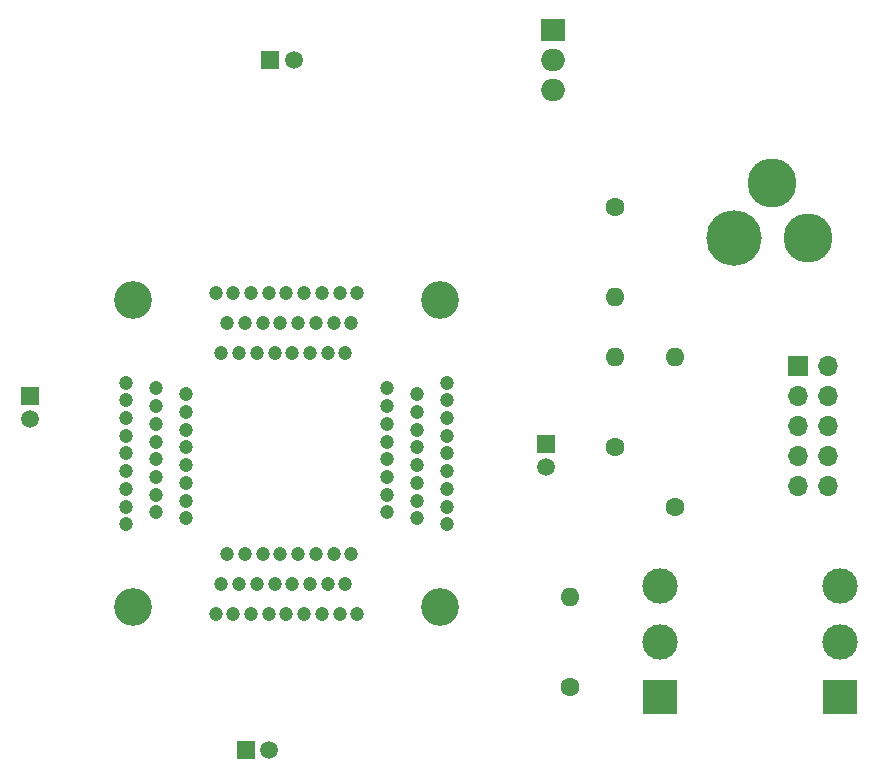
<source format=gts>
%TF.GenerationSoftware,KiCad,Pcbnew,8.0.7*%
%TF.CreationDate,2025-02-09T12:32:43+02:00*%
%TF.ProjectId,EPM7160S Programmer,45504d37-3136-4305-9320-50726f677261,V0*%
%TF.SameCoordinates,Original*%
%TF.FileFunction,Soldermask,Top*%
%TF.FilePolarity,Negative*%
%FSLAX46Y46*%
G04 Gerber Fmt 4.6, Leading zero omitted, Abs format (unit mm)*
G04 Created by KiCad (PCBNEW 8.0.7) date 2025-02-09 12:32:43*
%MOMM*%
%LPD*%
G01*
G04 APERTURE LIST*
%ADD10R,1.500000X1.500000*%
%ADD11C,1.500000*%
%ADD12C,1.600000*%
%ADD13O,1.600000X1.600000*%
%ADD14C,4.700000*%
%ADD15C,4.150000*%
%ADD16R,3.000000X3.000000*%
%ADD17C,3.000000*%
%ADD18R,2.000000X1.905000*%
%ADD19O,2.000000X1.905000*%
%ADD20R,1.700000X1.700000*%
%ADD21O,1.700000X1.700000*%
%ADD22C,3.200000*%
%ADD23C,1.200000*%
G04 APERTURE END LIST*
D10*
%TO.C,C1*%
X10356000Y20320000D03*
D11*
X12356000Y20320000D03*
%TD*%
D12*
%TO.C,R4*%
X35724000Y-32749000D03*
D13*
X35724000Y-25129000D03*
%TD*%
D14*
%TO.C,J2*%
X49657000Y5207000D03*
D15*
X52857000Y9907000D03*
X55857000Y5207000D03*
%TD*%
D16*
%TO.C,S2*%
X43344000Y-33638000D03*
D17*
X43344000Y-28939000D03*
X43344000Y-24240000D03*
%TD*%
D18*
%TO.C,U1*%
X34290000Y22860000D03*
D19*
X34290000Y20320000D03*
X34290000Y17780000D03*
%TD*%
D12*
%TO.C,R1*%
X44614000Y-17509000D03*
D13*
X44614000Y-4809000D03*
%TD*%
D10*
%TO.C,C3*%
X33692000Y-12191000D03*
D11*
X33692000Y-14191000D03*
%TD*%
D20*
%TO.C,J3*%
X55028000Y-5571000D03*
D21*
X57568000Y-5571000D03*
X55028000Y-8111000D03*
X57568000Y-8111000D03*
X55028000Y-10651000D03*
X57568000Y-10651000D03*
X55028000Y-13191000D03*
X57568000Y-13191000D03*
X55028000Y-15731000D03*
X57568000Y-15731000D03*
%TD*%
D12*
%TO.C,R2*%
X39534000Y-12429000D03*
D13*
X39534000Y-4809000D03*
%TD*%
D12*
%TO.C,R3*%
X39534000Y7891000D03*
D13*
X39534000Y271000D03*
%TD*%
D22*
%TO.C,J1*%
X-1270000Y0D03*
X-1270000Y-26000000D03*
X24730000Y0D03*
X24730000Y-26000000D03*
D23*
X-1850000Y-7000000D03*
X690000Y-7500000D03*
X3230000Y-8000000D03*
X-1850000Y-8500000D03*
X690000Y-9000000D03*
X3230000Y-9500000D03*
X-1850000Y-10000000D03*
X690000Y-10500000D03*
X3230000Y-11000000D03*
X-1850000Y-11500000D03*
X690000Y-12000000D03*
X3230000Y-12500000D03*
X-1850000Y-13000000D03*
X690000Y-13500000D03*
X3230000Y-14000000D03*
X-1850000Y-14500000D03*
X690000Y-15000000D03*
X3230000Y-15500000D03*
X-1850000Y-16000000D03*
X690000Y-16500000D03*
X3230000Y-17000000D03*
X-1850000Y-17500000D03*
X690000Y-18000000D03*
X3230000Y-18500000D03*
X-1850000Y-19000000D03*
X5730000Y-26580000D03*
X6230000Y-24040000D03*
X6730000Y-21500000D03*
X7230000Y-26580000D03*
X7730000Y-24040000D03*
X8230000Y-21500000D03*
X8730000Y-26580000D03*
X9230000Y-24040000D03*
X9730000Y-21500000D03*
X10230000Y-26580000D03*
X10730000Y-24040000D03*
X11230000Y-21500000D03*
X11730000Y-26580000D03*
X12230000Y-24040000D03*
X12730000Y-21500000D03*
X13230000Y-26580000D03*
X13730000Y-24040000D03*
X14230000Y-21500000D03*
X14730000Y-26580000D03*
X15230000Y-24040000D03*
X15730000Y-21500000D03*
X16230000Y-26580000D03*
X16730000Y-24040000D03*
X17230000Y-21500000D03*
X17730000Y-26580000D03*
X25310000Y-19000000D03*
X22770000Y-18500000D03*
X20230000Y-18000000D03*
X25310000Y-17500000D03*
X22770000Y-17000000D03*
X20230000Y-16500000D03*
X25310000Y-16000000D03*
X22770000Y-15500000D03*
X20230000Y-15000000D03*
X25310000Y-14500000D03*
X22770000Y-14000000D03*
X20230000Y-13500000D03*
X25310000Y-13000000D03*
X22770000Y-12500000D03*
X20230000Y-12000000D03*
X25310000Y-11500000D03*
X22770000Y-11000000D03*
X20230000Y-10500000D03*
X25310000Y-10000000D03*
X22770000Y-9500000D03*
X20230000Y-9000000D03*
X25310000Y-8500000D03*
X22770000Y-8000000D03*
X20230000Y-7500000D03*
X25310000Y-7000000D03*
X17730000Y580000D03*
X17230000Y-1960000D03*
X16730000Y-4500000D03*
X16230000Y580000D03*
X15730000Y-1960000D03*
X15230000Y-4500000D03*
X14730000Y580000D03*
X14230000Y-1960000D03*
X13730000Y-4500000D03*
X13230000Y580000D03*
X12730000Y-1960000D03*
X12230000Y-4500000D03*
X11730000Y580000D03*
X11230000Y-1960000D03*
X10730000Y-4500000D03*
X10230000Y580000D03*
X9730000Y-1960000D03*
X9230000Y-4500000D03*
X8730000Y580000D03*
X8230000Y-1960000D03*
X7730000Y-4500000D03*
X7230000Y580000D03*
X6730000Y-1960000D03*
X6230000Y-4500000D03*
X5730000Y580000D03*
%TD*%
D16*
%TO.C,S1*%
X58584000Y-33638000D03*
D17*
X58584000Y-28939000D03*
X58584000Y-24240000D03*
%TD*%
D10*
%TO.C,C2*%
X8292000Y-38083000D03*
D11*
X10292000Y-38083000D03*
%TD*%
D10*
%TO.C,C4*%
X-9996000Y-8127000D03*
D11*
X-9996000Y-10127000D03*
%TD*%
M02*

</source>
